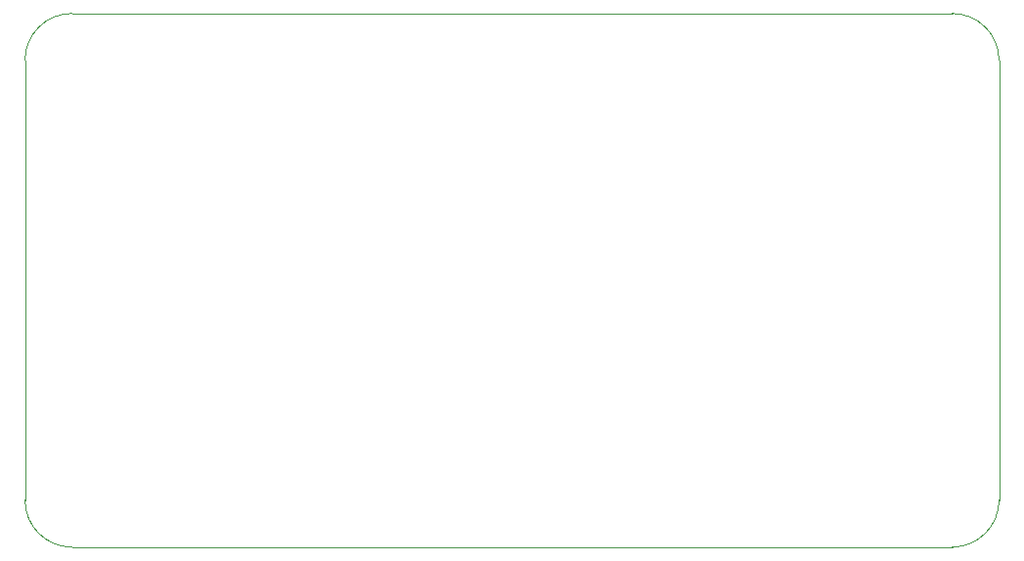
<source format=gbr>
G04 #@! TF.GenerationSoftware,KiCad,Pcbnew,(5.0.2)-1*
G04 #@! TF.CreationDate,2019-12-13T17:07:51-06:00*
G04 #@! TF.ProjectId,Arm-EStop_Hardware,41726d2d-4553-4746-9f70-5f4861726477,rev?*
G04 #@! TF.SameCoordinates,Original*
G04 #@! TF.FileFunction,Profile,NP*
%FSLAX46Y46*%
G04 Gerber Fmt 4.6, Leading zero omitted, Abs format (unit mm)*
G04 Created by KiCad (PCBNEW (5.0.2)-1) date 12/13/2019 5:07:51 PM*
%MOMM*%
%LPD*%
G01*
G04 APERTURE LIST*
%ADD10C,0.100000*%
G04 APERTURE END LIST*
D10*
X142240000Y-133604000D02*
G75*
G02X138176000Y-129540000I0J4064000D01*
G01*
X138176000Y-91440000D02*
G75*
G02X142240000Y-87376000I4064000J0D01*
G01*
X218440000Y-87376000D02*
G75*
G02X222504000Y-91440000I0J-4064000D01*
G01*
X222504000Y-129540000D02*
G75*
G02X218440000Y-133604000I-4064000J0D01*
G01*
X138176000Y-129540000D02*
X138176000Y-91440000D01*
X142240000Y-133604000D02*
X218440000Y-133604000D01*
X142240000Y-87376000D02*
X218440000Y-87376000D01*
X222504000Y-129540000D02*
X222504000Y-91440000D01*
M02*

</source>
